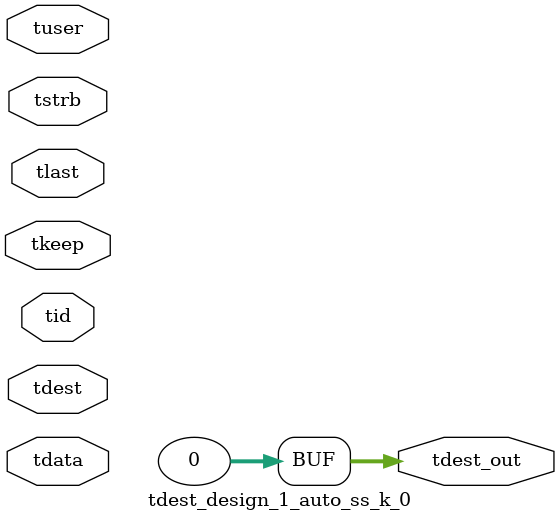
<source format=v>


`timescale 1ps/1ps

module tdest_design_1_auto_ss_k_0 #
(
parameter C_S_AXIS_TDATA_WIDTH = 32,
parameter C_S_AXIS_TUSER_WIDTH = 0,
parameter C_S_AXIS_TID_WIDTH   = 0,
parameter C_S_AXIS_TDEST_WIDTH = 0,
parameter C_M_AXIS_TDEST_WIDTH = 32
)
(
input  [(C_S_AXIS_TDATA_WIDTH == 0 ? 1 : C_S_AXIS_TDATA_WIDTH)-1:0     ] tdata,
input  [(C_S_AXIS_TUSER_WIDTH == 0 ? 1 : C_S_AXIS_TUSER_WIDTH)-1:0     ] tuser,
input  [(C_S_AXIS_TID_WIDTH   == 0 ? 1 : C_S_AXIS_TID_WIDTH)-1:0       ] tid,
input  [(C_S_AXIS_TDEST_WIDTH == 0 ? 1 : C_S_AXIS_TDEST_WIDTH)-1:0     ] tdest,
input  [(C_S_AXIS_TDATA_WIDTH/8)-1:0 ] tkeep,
input  [(C_S_AXIS_TDATA_WIDTH/8)-1:0 ] tstrb,
input                                                                    tlast,
output [C_M_AXIS_TDEST_WIDTH-1:0] tdest_out
);

assign tdest_out = {1'b0};

endmodule


</source>
